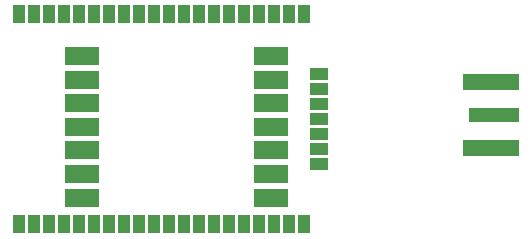
<source format=gbp>
G04 #@! TF.FileFunction,Paste,Bot*
%FSLAX46Y46*%
G04 Gerber Fmt 4.6, Leading zero omitted, Abs format (unit mm)*
G04 Created by KiCad (PCBNEW 4.0.7-e2-6376~60~ubuntu17.10.1) date Thu Dec 28 10:46:34 2017*
%MOMM*%
%LPD*%
G01*
G04 APERTURE LIST*
%ADD10C,0.100000*%
%ADD11R,1.016000X1.524000*%
%ADD12R,1.524000X1.016000*%
%ADD13R,4.700000X1.350000*%
%ADD14R,4.200000X1.270000*%
%ADD15R,2.997200X1.597660*%
G04 APERTURE END LIST*
D10*
D11*
X161290000Y-102870000D03*
X162560000Y-102870000D03*
X163830000Y-102870000D03*
X165100000Y-102870000D03*
X166370000Y-102870000D03*
X167640000Y-102870000D03*
X168910000Y-102870000D03*
X170180000Y-102870000D03*
X171450000Y-102870000D03*
X172720000Y-102870000D03*
X173990000Y-102870000D03*
X175260000Y-102870000D03*
X176530000Y-102870000D03*
X177800000Y-102870000D03*
X179070000Y-102870000D03*
X180340000Y-102870000D03*
X181610000Y-102870000D03*
X182880000Y-102870000D03*
X184150000Y-102870000D03*
X185420000Y-102870000D03*
X185420000Y-85090000D03*
D12*
X186690000Y-97790000D03*
X186690000Y-96520000D03*
X186690000Y-95250000D03*
X186690000Y-93980000D03*
X186690000Y-92710000D03*
X186690000Y-91440000D03*
X186690000Y-90170000D03*
D11*
X184150000Y-85090000D03*
X182880000Y-85090000D03*
X181610000Y-85090000D03*
X180340000Y-85090000D03*
X179070000Y-85090000D03*
X177800000Y-85090000D03*
X176530000Y-85090000D03*
X175260000Y-85090000D03*
X173990000Y-85090000D03*
X172720000Y-85090000D03*
X171450000Y-85090000D03*
X170180000Y-85090000D03*
X168910000Y-85090000D03*
X167640000Y-85090000D03*
X166370000Y-85090000D03*
X165100000Y-85090000D03*
X163830000Y-85090000D03*
X162560000Y-85090000D03*
X161290000Y-85090000D03*
D13*
X201295000Y-96375000D03*
X201295000Y-90805000D03*
X201295000Y-90805000D03*
D14*
X201545000Y-93590000D03*
D13*
X201295000Y-96375000D03*
D15*
X166626540Y-100614480D03*
X166624000Y-98615500D03*
X166624000Y-96613980D03*
X166624000Y-94615000D03*
X166624000Y-92616020D03*
X166624000Y-90614500D03*
X166624000Y-88615520D03*
X182626000Y-88615520D03*
X182626000Y-90614500D03*
X182626000Y-92616020D03*
X182626000Y-94615000D03*
X182626000Y-96613980D03*
X182626000Y-98615500D03*
X182626000Y-100614480D03*
M02*

</source>
